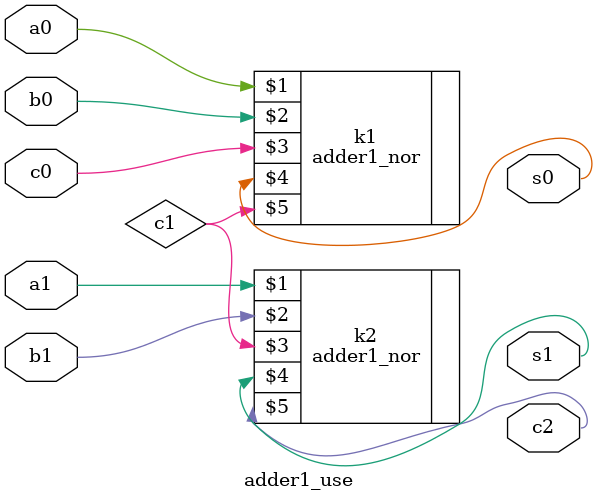
<source format=sv>
module adder1_use(input a0,b0,a1,b1,c0,output s0,s1,c2);
	wire c1;
	adder1_nor k1(a0,b0,c0,s0,c1),
		   k2(a1,b1,c1,s1,c2);
endmodule
</source>
